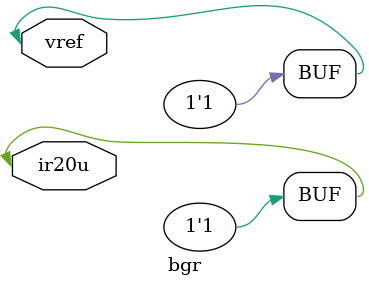
<source format=v>

`default_nettype none
/*
 *-------------------------------------------------------------
 *
 * Bandgap Refrence
 *
 *-------------------------------------------------------------
 */

module bgr
    (
    `ifdef USE_POWER_PINS
        inout vdda1,
        inout vssa1,
    `endif
        inout vref,
        inout ir20u
    );

    `ifdef USE_POWER_PINS
    assign vref  = vdda1 & ~vssa1;
    assign ir20u = vdda1 & ~vssa1;
    `else
    assign vref  = 1'b1;
    assign ir20u = 1'b1;
    `endif
endmodule

`default_nettype wire

</source>
